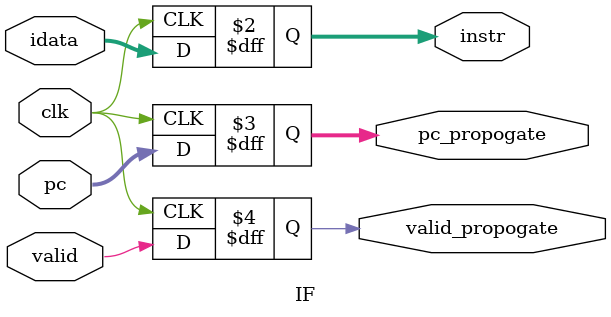
<source format=v>
`timescale 1ns / 1ps
module IF(
	
    input [31:0] pc,
	 input [31:0] idata,
	 input [0:0] clk,
	 // the reg IF/ID
	 output reg[31:0] instr,
	 output reg[31:0] pc_propogate, // since the decoder in the next block needs pc value
    
	 // for stall
	 input [0:0] valid,
	 output reg[0:0] valid_propogate
	 );
	
	/*
		the IF module is simply a register which stores the pc and instr at clock edge.
		the fetching of idata and changing pc will be done in the main module.
	*/
	 
	 always@(posedge clk)begin
		instr           = idata;
		pc_propogate    = pc;
		valid_propogate = valid;
	 end
	 
endmodule

</source>
